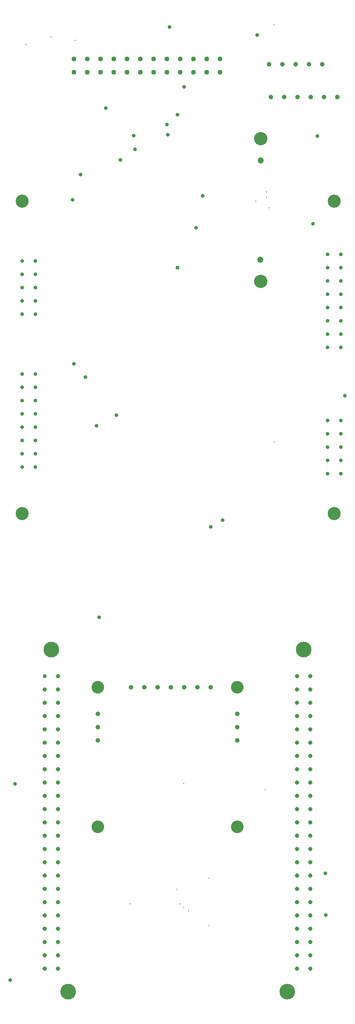
<source format=gbr>
G04 Layer_Color=0*
%FSLAX26Y26*%
%MOIN*%
%TF.FileFunction,Plated,1,6,PTH,Drill*%
%TF.Part,Single*%
G01*
G75*
%TA.AperFunction,OtherDrill,Pad Free-2 (1170mil,1850mil)*%
%ADD87C,0.030000*%
%TA.AperFunction,ComponentDrill*%
%ADD88C,0.035433*%
%TA.AperFunction,OtherDrill,Free Pad (0mil,2350mil)*%
%ADD89C,0.098425*%
%TA.AperFunction,OtherDrill,Free Pad (0mil,0mil)*%
%ADD90C,0.098425*%
%TA.AperFunction,OtherDrill,Free Pad (2350mil,2350mil)*%
%ADD91C,0.098425*%
%TA.AperFunction,OtherDrill,Free Pad (2350mil,0mil)*%
%ADD92C,0.098425*%
%TA.AperFunction,OtherDrill,Free Pad (568.149mil,-2358.322mil)*%
%ADD93C,0.095000*%
%TA.AperFunction,OtherDrill,Free Pad (1618.149mil,-1308.322mil)*%
%ADD94C,0.095000*%
%TA.AperFunction,OtherDrill,Free Pad (1618.149mil,-2358.322mil)*%
%ADD95C,0.095000*%
%TA.AperFunction,OtherDrill,Free Pad (568.149mil,-1308.322mil)*%
%ADD96C,0.095000*%
%TA.AperFunction,ComponentDrill*%
%ADD97C,0.118110*%
%ADD98C,0.031496*%
%ADD99C,0.030000*%
%ADD100C,0.027953*%
%ADD101C,0.035433*%
%ADD102C,0.100000*%
%ADD103C,0.047000*%
%ADD104C,0.037402*%
%TA.AperFunction,ViaDrill,NotFilled*%
%ADD105C,0.028000*%
%ADD106C,0.011811*%
D87*
X1170000Y1850000D02*
D03*
D88*
X2157519Y3378676D02*
D03*
X2057519Y3378676D02*
D03*
X1957519Y3378676D02*
D03*
X1857519Y3378676D02*
D03*
X2257519Y3378676D02*
D03*
X2371999Y3133000D02*
D03*
X2271999Y3133000D02*
D03*
X2171999Y3133000D02*
D03*
X2071999Y3133000D02*
D03*
X1971999Y3133000D02*
D03*
X1871999Y3133000D02*
D03*
X1218149Y-1308322D02*
D03*
X1418149Y-1308322D02*
D03*
X1318149Y-1308322D02*
D03*
X1118149Y-1308322D02*
D03*
X1018149Y-1308322D02*
D03*
X918149Y-1308322D02*
D03*
X818149Y-1308322D02*
D03*
D89*
X0Y2350000D02*
D03*
D90*
X0Y0D02*
D03*
D91*
X2350000Y2350000D02*
D03*
D92*
X2350000Y0D02*
D03*
D93*
X568149Y-2358322D02*
D03*
D94*
X1618149Y-1308322D02*
D03*
D95*
X1618149Y-2358322D02*
D03*
D96*
X568149Y-1308322D02*
D03*
D97*
X220000Y-1022500D02*
D03*
X2120000Y-1022500D02*
D03*
X1995000Y-3597500D02*
D03*
X345000Y-3597500D02*
D03*
D98*
X270000Y-1222500D02*
D03*
X270000Y-1322500D02*
D03*
X270000Y-1422500D02*
D03*
X270000Y-1522500D02*
D03*
X270000Y-1622500D02*
D03*
X270000Y-1722500D02*
D03*
X270000Y-1822500D02*
D03*
X270000Y-1922500D02*
D03*
X270000Y-2022500D02*
D03*
X270000Y-2122500D02*
D03*
X270000Y-2222500D02*
D03*
X270000Y-2322500D02*
D03*
X270000Y-2422500D02*
D03*
X270000Y-2522500D02*
D03*
X270000Y-2622500D02*
D03*
X270000Y-2722500D02*
D03*
X270000Y-2822500D02*
D03*
X270000Y-2922500D02*
D03*
X270000Y-3022500D02*
D03*
X270000Y-3122500D02*
D03*
X270000Y-3222500D02*
D03*
X270000Y-3322500D02*
D03*
X270000Y-3422500D02*
D03*
X170000Y-1322500D02*
D03*
X170000Y-1422500D02*
D03*
X170000Y-1522500D02*
D03*
X170000Y-1622500D02*
D03*
X170000Y-1722500D02*
D03*
X170000Y-1822500D02*
D03*
X170000Y-1922500D02*
D03*
X170000Y-2022500D02*
D03*
X170000Y-2122500D02*
D03*
X170000Y-2222500D02*
D03*
X170000Y-2322500D02*
D03*
X170000Y-2422500D02*
D03*
X170000Y-2522500D02*
D03*
X170000Y-2622500D02*
D03*
X170000Y-2722500D02*
D03*
X170000Y-2822500D02*
D03*
X170000Y-2922500D02*
D03*
X170000Y-3022500D02*
D03*
X170000Y-3122500D02*
D03*
X170000Y-3222500D02*
D03*
X170000Y-3322500D02*
D03*
X170000Y-3422500D02*
D03*
X2070000Y-1222500D02*
D03*
X2170000Y-1222500D02*
D03*
X2170000Y-1322500D02*
D03*
X2170000Y-1422500D02*
D03*
X2170000Y-1522500D02*
D03*
X2170000Y-1622500D02*
D03*
X2170000Y-1722500D02*
D03*
X2170000Y-1822500D02*
D03*
X2170000Y-1922500D02*
D03*
X2170000Y-2022500D02*
D03*
X2170000Y-2122500D02*
D03*
X2170000Y-2222500D02*
D03*
X2170000Y-2322500D02*
D03*
X2170000Y-2422500D02*
D03*
X2170000Y-2522500D02*
D03*
X2170000Y-2622500D02*
D03*
X2170000Y-2722500D02*
D03*
X2170000Y-2822500D02*
D03*
X2170000Y-2922500D02*
D03*
X2170000Y-3022500D02*
D03*
X2170000Y-3122500D02*
D03*
X2170000Y-3222500D02*
D03*
X2170000Y-3322500D02*
D03*
X2170000Y-3422500D02*
D03*
X2070000Y-1322500D02*
D03*
X2070000Y-1422500D02*
D03*
X2070000Y-1522500D02*
D03*
X2070000Y-1622500D02*
D03*
X2070000Y-1722500D02*
D03*
X2070000Y-1822500D02*
D03*
X2070000Y-1922500D02*
D03*
X2070000Y-2022500D02*
D03*
X2070000Y-2122500D02*
D03*
X2070000Y-2222500D02*
D03*
X2070000Y-2322500D02*
D03*
X2070000Y-2422500D02*
D03*
X2070000Y-2522500D02*
D03*
X2070000Y-2622500D02*
D03*
X2070000Y-2722500D02*
D03*
X2070000Y-2822500D02*
D03*
X2070000Y-2922500D02*
D03*
X2070000Y-3022500D02*
D03*
X2070000Y-3122500D02*
D03*
X2070000Y-3222500D02*
D03*
X2070000Y-3322500D02*
D03*
X2070000Y-3422500D02*
D03*
D99*
X170000Y-1222500D02*
D03*
D100*
X100000Y350000D02*
D03*
X100000Y450000D02*
D03*
X100000Y550000D02*
D03*
X0Y350000D02*
D03*
X0Y450000D02*
D03*
X0Y550000D02*
D03*
X100000Y650000D02*
D03*
X100000Y750000D02*
D03*
X100000Y850000D02*
D03*
X100000Y950000D02*
D03*
X100000Y1050000D02*
D03*
X0Y650000D02*
D03*
X0Y750000D02*
D03*
X0Y850000D02*
D03*
X0Y950000D02*
D03*
X0Y1050000D02*
D03*
X2400000Y1250000D02*
D03*
X2400000Y1350000D02*
D03*
X2400000Y1450000D02*
D03*
X2300000Y1250000D02*
D03*
X2300000Y1350000D02*
D03*
X2300000Y1450000D02*
D03*
X2400000Y1550000D02*
D03*
X2400000Y1650000D02*
D03*
X2400000Y1750000D02*
D03*
X2400000Y1850000D02*
D03*
X2400000Y1950000D02*
D03*
X2300000Y1550000D02*
D03*
X2300000Y1650000D02*
D03*
X2300000Y1750000D02*
D03*
X2300000Y1850000D02*
D03*
X2300000Y1950000D02*
D03*
X2300000Y300000D02*
D03*
X2300000Y400000D02*
D03*
X2300000Y500000D02*
D03*
X2300000Y600000D02*
D03*
X2300000Y700000D02*
D03*
X2400000Y300000D02*
D03*
X2400000Y400000D02*
D03*
X2400000Y500000D02*
D03*
X2400000Y600000D02*
D03*
X2400000Y700000D02*
D03*
X0Y1500000D02*
D03*
X0Y1600000D02*
D03*
X0Y1700000D02*
D03*
X0Y1800000D02*
D03*
X0Y1900000D02*
D03*
X100000Y1500000D02*
D03*
X100000Y1600000D02*
D03*
X100000Y1700000D02*
D03*
X100000Y1800000D02*
D03*
X100000Y1900000D02*
D03*
D101*
X1618149Y-1708322D02*
D03*
X1618149Y-1608322D02*
D03*
X1618149Y-1508322D02*
D03*
X568149Y-1708322D02*
D03*
X568149Y-1608322D02*
D03*
X568149Y-1508322D02*
D03*
D102*
X1794197Y1746760D02*
D03*
X1794197Y2819160D02*
D03*
D103*
X1794197Y2657260D02*
D03*
X1792597Y1908660D02*
D03*
D104*
X1390000Y3320000D02*
D03*
X1390000Y3420000D02*
D03*
X1290000Y3420000D02*
D03*
X1190000Y3420000D02*
D03*
X1090000Y3420000D02*
D03*
X990000Y3420000D02*
D03*
X890000Y3420000D02*
D03*
X790000Y3420000D02*
D03*
X690000Y3420000D02*
D03*
X590000Y3420000D02*
D03*
X490000Y3420000D02*
D03*
X390000Y3420000D02*
D03*
X1290000Y3320000D02*
D03*
X1190000Y3320000D02*
D03*
X1090000Y3320000D02*
D03*
X990000Y3320000D02*
D03*
X890000Y3320000D02*
D03*
X790000Y3320000D02*
D03*
X690000Y3320000D02*
D03*
X590000Y3320000D02*
D03*
X490000Y3320000D02*
D03*
X390000Y3320000D02*
D03*
X1490000Y3420000D02*
D03*
X1490000Y3320000D02*
D03*
D105*
X740000Y2660000D02*
D03*
X630000Y3050000D02*
D03*
X1510000Y-50000D02*
D03*
X710000Y740000D02*
D03*
X1420000Y-100000D02*
D03*
X560000Y660000D02*
D03*
X580000Y-780000D02*
D03*
X1220000Y3210000D02*
D03*
X1170000Y3000000D02*
D03*
X440000Y2550000D02*
D03*
X1310000Y2150000D02*
D03*
X1360000Y2390000D02*
D03*
X380000Y2360000D02*
D03*
X1110000Y3659000D02*
D03*
X1767519Y3598676D02*
D03*
X2222519Y2838676D02*
D03*
X2430000Y885000D02*
D03*
X-56000Y-2033000D02*
D03*
X-90000Y-3510000D02*
D03*
X2282386Y-2705228D02*
D03*
X2286323Y-3020189D02*
D03*
X1090000Y2925000D02*
D03*
X1095000Y2850000D02*
D03*
X2190000Y2180000D02*
D03*
X840000Y2843000D02*
D03*
X475000Y1025000D02*
D03*
X390000Y1125000D02*
D03*
X850000Y2740000D02*
D03*
D106*
X1900000Y540000D02*
D03*
X1840000Y2420000D02*
D03*
X215000Y3585000D02*
D03*
X1215000Y-2963000D02*
D03*
X1217000Y-2029000D02*
D03*
X1829630Y-2075307D02*
D03*
X1164276Y-2827276D02*
D03*
X1250890Y-2988693D02*
D03*
X813882Y-2937512D02*
D03*
X1404433Y-3101370D02*
D03*
X1404433Y-2744598D02*
D03*
X1183961Y-2937512D02*
D03*
X1840000Y2380000D02*
D03*
X1760000Y2350000D02*
D03*
X1860000Y2300000D02*
D03*
X1895000Y3675000D02*
D03*
X30000Y3525000D02*
D03*
X400000Y3560000D02*
D03*
%TF.MD5,0d5f922e035771e080be196184e7c62b*%
M02*

</source>
